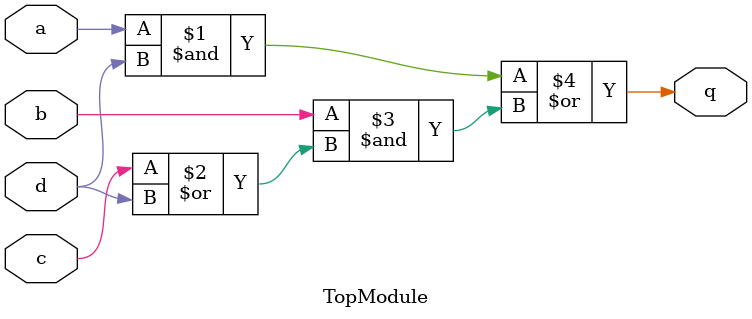
<source format=sv>

module TopModule (
  input a,
  input b,
  input c,
  input d,
  output q
);
assign q = (a & d) | (b & (c | d));
endmodule

</source>
